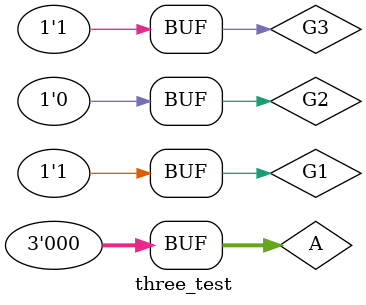
<source format=v>
`timescale 1ns / 1ps


module three_test;

	// Inputs
	reg G1;
	reg G2;
	reg G3;
	reg [2:0] A;

	// Outputs
	wire [7:0] Y;

	// Instantiate the Unit Under Test (UUT)
	three uut (
		.G1(G1), 
		.G2(G2), 
		.G3(G3), 
		.A(A), 
		.Y(Y)
	);

	initial begin
		// Initialize Inputs
		G1 = 0;
		G2 = 0;
		G3 = 0;
		A = 0;

		// Wait 100 ns for global reset to finish		
		
		
		#100;
      G1 = 1;G2 = 0;G3 = 0;A = 000;		
		
		#100;
      G1 = 1;G2 = 0;G3 = 0;A = 001;
		
		#100;
      G1 = 1;G2 = 0;G3 = 0;A = 010;	
		
		#100;
      G1 = 1;G2 = 0;G3 = 0;A = 011;		
		
		#100;
      G1 = 1;G2 = 0;G3 = 0;A = 100;	
		
		#100;
      G1 = 1;G2 = 0;G3 = 0;A = 101;
		
		#100;
      G1 = 1;G2 = 0;G3 = 0;A = 110;	
		
		#100;
      G1 = 1;G2 = 0;G3 = 0;A = 111;	
		
		#100;
      G1 = 0;G2 = 0;G3 = 0;A = 111;		
		
		#100;
      G1 = 1;G2 = 1;G3 = 0;A = 000;
		
		#100;
      G1 = 1;G2 = 0;G3 = 1;A = 000;

		
		// Add stimulus here

	end
      
endmodule


</source>
